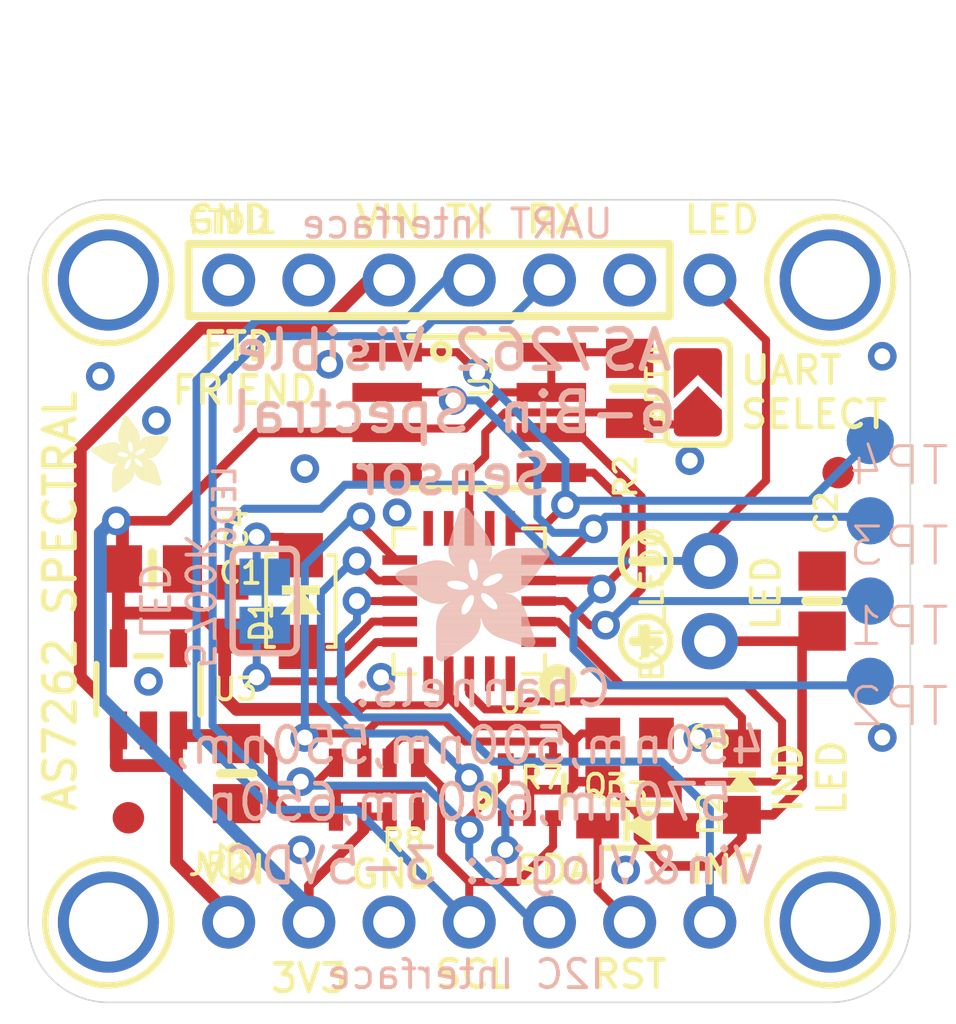
<source format=kicad_pcb>
(kicad_pcb (version 20211014) (generator pcbnew)
  (layers (0 "F.Cu" signal) (31 "B.Cu" signal) (34 "B.Paste" user) (35 "F.Paste" user) (36 "B.SilkS" user "B.Silkscreen") (37 "F.SilkS" user "F.Silkscreen") (38 "B.Mask" user) (39 "F.Mask" user) (44 "Edge.Cuts" user))
  (net 0 "")
  (net 1 "GND")
  (net 2 "SPIF_SCK")
  (net 3 "SPIF_MOSI")
  (net 4 "SPIF_MISO")
  (net 5 "SPIF_CS")
  (net 6 "3.3V")
  (net 7 "RST_3V")
  (net 8 "BUS_3V")
  (net 9 "VIN")
  (net 10 "RX/SCL")
  (net 11 "TX/SDA")
  (net 12 "RESET")
  (net 13 "LED")
  (net 14 "N$1")
  (net 15 "INT")
  (net 16 "IND")
  (net 17 "RX/SCL_3V")
  (net 18 "TX/SDA_3V")
  (footprint "boardEagle:SOIC8_150MIL" (layer "F.Cu") (at 148.5011 99.0346 -90)
    (fp_text reference "U1" (at -1.905 -0.381 90) (layer "F.SilkS") (effects (font (size 0.692831 0.692831) (thickness 0.119969)) (justify right)))
    (fp_text value "AT25SF041-SSHD-B")
    (pad "1" smd rect (at -1.905 2.6 270) (size 0.6 2.2) (layers "F.Cu" "F.Paste" "F.Mask") (net 5 "SPIF_CS"))
    (pad "2" smd rect (at -0.635 2.6 270) (size 0.6 2.2) (layers "F.Cu" "F.Paste" "F.Mask") (net 4 "SPIF_MISO"))
    (pad "3" smd rect (at 0.635 2.6 270) (size 0.6 2.2) (layers "F.Cu" "F.Paste" "F.Mask") (net 6 "3.3V"))
    (pad "4" smd rect (at 1.905 2.6 270) (size 0.6 2.2) (layers "F.Cu" "F.Paste" "F.Mask") (net 1 "GND"))
    (pad "5" smd rect (at 1.905 -2.6 270) (size 0.6 2.2) (layers "F.Cu" "F.Paste" "F.Mask") (net 3 "SPIF_MOSI"))
    (pad "6" smd rect (at 0.635 -2.6 270) (size 0.6 2.2) (layers "F.Cu" "F.Paste" "F.Mask") (net 2 "SPIF_SCK"))
    (pad "7" smd rect (at -0.635 -2.6 270) (size 0.6 2.2) (layers "F.Cu" "F.Paste" "F.Mask") (net 6 "3.3V"))
    (pad "8" smd rect (at -1.905 -2.6 270) (size 0.6 2.2) (layers "F.Cu" "F.Paste" "F.Mask") (net 6 "3.3V"))
  )
  (footprint "boardEagle:SOD-323" (layer "F.Cu") (at 153.8351 112.1156)
    (fp_text reference "D3" (at -1.1 -1) (layer "F.SilkS") (effects (font (size 0.692831 0.692831) (thickness 0.119969)) (justify left)))
    (fp_text value "IN4148")
    (pad "A" smd rect (at 1.27 0) (size 1.35 0.8) (layers "F.Cu" "F.Paste" "F.Mask") (net 7 "RST_3V"))
    (pad "C" smd rect (at -1.27 0) (size 1.35 0.8) (layers "F.Cu" "F.Paste" "F.Mask") (net 12 "RESET"))
  )
  (footprint "boardEagle:1X02_ROUND" (layer "F.Cu") (at 156.1211 105.0036 90)
    (fp_text reference "EXT_LED0" (at -2.6162 -1.8288 90) (layer "F.SilkS") (effects (font (size 0.692831 0.692831) (thickness 0.119969)) (justify left)))
    (fp_text value "")
    (pad "1" thru_hole circle (at -1.27 0 180) (size 1.778 1.778) (drill 1) (layers *.Cu *.Mask) (net 6 "3.3V"))
    (pad "2" thru_hole circle (at 1.27 0 180) (size 1.778 1.778) (drill 1) (layers *.Cu *.Mask) (net 13 "LED"))
  )
  (footprint "boardEagle:EVERLIGHT_45-21" (layer "F.Cu") (at 143.1671 105.0036 90)
    (fp_text reference "D1" (at -1.375 -1.25 90) (layer "F.SilkS") (effects (font (size 0.692831 0.692831) (thickness 0.119969)) (justify left)))
    (fp_text value "L130-5780001400001")
    (pad "A" smd rect (at -1.45 0 90) (size 1.4 1.4) (layers "F.Cu" "F.Paste" "F.Mask") (net 6 "3.3V"))
    (pad "K" smd rect (at 1.45 0 90) (size 1.4 1.4) (layers "F.Cu" "F.Paste" "F.Mask") (net 14 "N$1"))
  )
  (footprint "boardEagle:0603-NO" (layer "F.Cu") (at 153.5811 110.7186 180)
    (fp_text reference "R7" (at 2.032 0.127) (layer "F.SilkS") (effects (font (size 0.692831 0.692831) (thickness 0.119969)) (justify right)))
    (fp_text value "10K")
    (pad "1" smd rect (at -0.85 0 180) (size 1.1 1) (layers "F.Cu" "F.Paste" "F.Mask") (net 7 "RST_3V"))
    (pad "2" smd rect (at 0.85 0 180) (size 1.1 1) (layers "F.Cu" "F.Paste" "F.Mask") (net 6 "3.3V"))
  )
  (footprint "boardEagle:SYMBOL_PLUS" (layer "F.Cu") (at 154.0891 106.2736)
    (fp_text reference "U$25" hide)
    (fp_text value "" hide)
  )
  (footprint "boardEagle:0805-NO" (layer "F.Cu") (at 138.4681 103.9876)
    (fp_text reference "C1" (at 2.032 0.127) (layer "F.SilkS") (effects (font (size 0.692831 0.692831) (thickness 0.119969)) (justify left)))
    (fp_text value "10uF")
    (pad "1" smd rect (at -0.95 0) (size 1.24 1.5) (layers "F.Cu" "F.Paste" "F.Mask") (net 6 "3.3V"))
    (pad "2" smd rect (at 0.95 0) (size 1.24 1.5) (layers "F.Cu" "F.Paste" "F.Mask") (net 1 "GND"))
  )
  (footprint "boardEagle:CHIPLED_0805_NOOUTLINE" (layer "F.Cu") (at 157.1371 110.7186)
    (fp_text reference "D2" (at -1.016 1.778 90) (layer "F.SilkS") (effects (font (size 0.692831 0.692831) (thickness 0.119969)) (justify left)))
    (fp_text value "GREEN")
    (pad "A" smd rect (at 0 1.05) (size 1.2 1.2) (layers "F.Cu" "F.Paste" "F.Mask") (net 6 "3.3V"))
    (pad "C" smd rect (at 0 -1.05) (size 1.2 1.2) (layers "F.Cu" "F.Paste" "F.Mask") (net 16 "IND"))
  )
  (footprint "boardEagle:0805-NO" (layer "F.Cu") (at 153.5811 98.2726 -90)
    (fp_text reference "R2" (at 2.032 0.127 90) (layer "F.SilkS") (effects (font (size 0.692831 0.692831) (thickness 0.119969)) (justify right)))
    (fp_text value "10K")
    (pad "1" smd rect (at -0.95 0 270) (size 1.24 1.5) (layers "F.Cu" "F.Paste" "F.Mask") (net 6 "3.3V"))
    (pad "2" smd rect (at 0.95 0 270) (size 1.24 1.5) (layers "F.Cu" "F.Paste" "F.Mask") (net 8 "BUS_3V"))
  )
  (footprint "boardEagle:AS726X_LGA20" (layer "F.Cu") (at 148.5011 105.0036 180)
    (fp_text reference "U2" (at -2.4 -3.2) (layer "F.SilkS") (effects (font (size 0.692831 0.692831) (thickness 0.119969)) (justify right)))
    (fp_text value "AS7262-BLGT")
    (pad "1" smd rect (at -2.2 -1.3) (size 1.1 0.3) (layers "F.Cu" "F.Paste" "F.Mask"))
    (pad "2" smd rect (at -2.2 -0.65) (size 1.1 0.3) (layers "F.Cu" "F.Paste" "F.Mask") (net 7 "RST_3V"))
    (pad "3" smd rect (at -2.2 0) (size 1.1 0.3) (layers "F.Cu" "F.Paste" "F.Mask") (net 2 "SPIF_SCK"))
    (pad "4" smd rect (at -2.2 0.65) (size 1.1 0.3) (layers "F.Cu" "F.Paste" "F.Mask") (net 3 "SPIF_MOSI"))
    (pad "5" smd rect (at -2.2 1.3) (size 1.1 0.3) (layers "F.Cu" "F.Paste" "F.Mask") (net 4 "SPIF_MISO"))
    (pad "6" smd rect (at -1.3 2.3 90) (size 1.1 0.3) (layers "F.Cu" "F.Paste" "F.Mask") (net 5 "SPIF_CS"))
    (pad "7" smd rect (at -0.65 2.3 90) (size 1.1 0.3) (layers "F.Cu" "F.Paste" "F.Mask"))
    (pad "8" smd rect (at 0 2.3 90) (size 1.1 0.3) (layers "F.Cu" "F.Paste" "F.Mask") (net 8 "BUS_3V"))
    (pad "9" smd rect (at 0.65 2.3 90) (size 1.1 0.3) (layers "F.Cu" "F.Paste" "F.Mask"))
    (pad "10" smd rect (at 1.3 2.3 90) (size 1.1 0.3) (layers "F.Cu" "F.Paste" "F.Mask"))
    (pad "11" smd rect (at 2.2 1.3) (size 1.1 0.3) (layers "F.Cu" "F.Paste" "F.Mask") (net 17 "RX/SCL_3V"))
    (pad "12" smd rect (at 2.2 0.65) (size 1.1 0.3) (layers "F.Cu" "F.Paste" "F.Mask") (net 18 "TX/SDA_3V"))
    (pad "13" smd rect (at 2.2 0) (size 1.1 0.3) (layers "F.Cu" "F.Paste" "F.Mask") (net 15 "INT"))
    (pad "14" smd rect (at 2.2 -0.65) (size 1.1 0.3) (layers "F.Cu" "F.Paste" "F.Mask") (net 6 "3.3V"))
    (pad "15" smd rect (at 2.2 -1.3) (size 1.1 0.3) (layers "F.Cu" "F.Paste" "F.Mask") (net 13 "LED"))
    (pad "16" smd rect (at 1.3 -2.3 90) (size 1.1 0.3) (layers "F.Cu" "F.Paste" "F.Mask") (net 1 "GND"))
    (pad "17" smd rect (at 0.65 -2.3 90) (size 1.1 0.3) (layers "F.Cu" "F.Paste" "F.Mask") (net 6 "3.3V"))
    (pad "18" smd rect (at 0 -2.3 90) (size 1.1 0.3) (layers "F.Cu" "F.Paste" "F.Mask") (net 16 "IND"))
    (pad "19" smd rect (at -0.65 -2.3 90) (size 1.1 0.3) (layers "F.Cu" "F.Paste" "F.Mask"))
    (pad "20" smd rect (at -1.3 -2.3 90) (size 1.1 0.3) (layers "F.Cu" "F.Paste" "F.Mask"))
  )
  (footprint "boardEagle:0805-NO" (layer "F.Cu") (at 141.1351 110.4646 -90)
    (fp_text reference "C3" (at 2.032 0.127 90) (layer "F.SilkS") (effects (font (size 0.692831 0.692831) (thickness 0.119969)) (justify right)))
    (fp_text value "10uF")
    (pad "1" smd rect (at -0.95 0 270) (size 1.24 1.5) (layers "F.Cu" "F.Paste" "F.Mask") (net 9 "VIN"))
    (pad "2" smd rect (at 0.95 0 270) (size 1.24 1.5) (layers "F.Cu" "F.Paste" "F.Mask") (net 1 "GND"))
  )
  (footprint "boardEagle:MOUNTINGHOLE_2.5_PLATED" (layer "F.Cu") (at 159.9311 115.1636 180)
    (fp_text reference "U$2" hide)
    (fp_text value "MOUNTINGHOLE2.5" hide)
    (pad "P$1" thru_hole circle (at 0 0 180) (size 3.2 3.2) (drill 2.5) (layers *.Cu *.Mask))
  )
  (footprint "boardEagle:MOUNTINGHOLE_2.5_PLATED" (layer "F.Cu") (at 159.9311 94.8436 180)
    (fp_text reference "U$22" hide)
    (fp_text value "MOUNTINGHOLE2.5" hide)
    (pad "P$1" thru_hole circle (at 0 0 180) (size 3.2 3.2) (drill 2.5) (layers *.Cu *.Mask))
  )
  (footprint "boardEagle:SYMBOL_MINUS" (layer "F.Cu") (at 154.0891 103.7336)
    (fp_text reference "U$26" hide)
    (fp_text value "" hide)
  )
  (footprint "boardEagle:SOT363" (layer "F.Cu") (at 150.4061 110.9726)
    (fp_text reference "Q3" (at 1.651 -0.127) (layer "F.SilkS") (effects (font (size 0.692831 0.692831) (thickness 0.119969)) (justify left)))
    (fp_text value "BSS138")
    (pad "1" smd rect (at -0.75 0.9) (size 0.5 0.5) (layers "F.Cu" "F.Paste" "F.Mask") (net 18 "TX/SDA_3V"))
    (pad "2" smd rect (at 0 0.9) (size 0.4 0.5) (layers "F.Cu" "F.Paste" "F.Mask") (net 6 "3.3V"))
    (pad "3" smd rect (at 0.75 0.9) (size 0.5 0.5) (layers "F.Cu" "F.Paste" "F.Mask") (net 10 "RX/SCL"))
    (pad "4" smd rect (at 0.75 -0.9) (size 0.5 0.5) (layers "F.Cu" "F.Paste" "F.Mask") (net 17 "RX/SCL_3V"))
    (pad "5" smd rect (at 0 -0.9) (size 0.4 0.5) (layers "F.Cu" "F.Paste" "F.Mask") (net 6 "3.3V"))
    (pad "6" smd rect (at -0.75 -0.9) (size 0.5 0.5) (layers "F.Cu" "F.Paste" "F.Mask") (net 11 "TX/SDA"))
  )
  (footprint "boardEagle:MOUNTINGHOLE_2.5_PLATED" (layer "F.Cu") (at 137.0711 115.1636 180)
    (fp_text reference "U$3" hide)
    (fp_text value "MOUNTINGHOLE2.5" hide)
    (pad "P$1" thru_hole circle (at 0 0 180) (size 3.2 3.2) (drill 2.5) (layers *.Cu *.Mask))
  )
  (footprint "boardEagle:RESPACK_4X0603_NO" (layer "F.Cu") (at 145.5801 110.9726 180)
    (fp_text reference "R8" (at -1.6 -1.6) (layer "F.SilkS") (effects (font (size 0.692831 0.692831) (thickness 0.119969)) (justify right)))
    (fp_text value "10k")
    (pad "1" smd rect (at -1.3 0.85 180) (size 0.45 0.9) (layers "F.Cu" "F.Paste" "F.Mask") (net 10 "RX/SCL"))
    (pad "2" smd rect (at -0.4 0.85 180) (size 0.45 0.9) (layers "F.Cu" "F.Paste" "F.Mask") (net 18 "TX/SDA_3V"))
    (pad "3" smd rect (at 0.4 0.85 180) (size 0.45 0.9) (layers "F.Cu" "F.Paste" "F.Mask") (net 17 "RX/SCL_3V"))
    (pad "4" smd rect (at 1.3 0.85 180) (size 0.45 0.9) (layers "F.Cu" "F.Paste" "F.Mask") (net 11 "TX/SDA"))
    (pad "5" smd rect (at 1.3 -0.85 180) (size 0.45 0.9) (layers "F.Cu" "F.Paste" "F.Mask") (net 9 "VIN"))
    (pad "6" smd rect (at 0.4 -0.85 180) (size 0.45 0.9) (layers "F.Cu" "F.Paste" "F.Mask") (net 6 "3.3V"))
    (pad "7" smd rect (at -0.4 -0.85 180) (size 0.45 0.9) (layers "F.Cu" "F.Paste" "F.Mask") (net 6 "3.3V"))
    (pad "8" smd rect (at -1.3 -0.85 180) (size 0.45 0.9) (layers "F.Cu" "F.Paste" "F.Mask") (net 9 "VIN"))
  )
  (footprint "boardEagle:0805-NO" (layer "F.Cu") (at 159.6771 105.0036 90)
    (fp_text reference "C2" (at 2.032 0.127 90) (layer "F.SilkS") (effects (font (size 0.692831 0.692831) (thickness 0.119969)) (justify left)))
    (fp_text value "10uF")
    (pad "1" smd rect (at -0.95 0 90) (size 1.24 1.5) (layers "F.Cu" "F.Paste" "F.Mask") (net 6 "3.3V"))
    (pad "2" smd rect (at 0.95 0 90) (size 1.24 1.5) (layers "F.Cu" "F.Paste" "F.Mask") (net 1 "GND"))
  )
  (footprint "boardEagle:SOLDERJUMPER_ARROW_NOPASTE" (layer "F.Cu") (at 155.7401 98.3996 90)
    (fp_text reference "UART0" (at -1.778 -1.27 90) (layer "F.SilkS") (effects (font (size 0.692831 0.692831) (thickness 0.119969)) (justify left)))
    (fp_text value "")
    (fp_poly (pts (xy 0.201021 0) (xy -0.560979 0.762) (xy -1.1684 0.762) (xy -1.1684 -0.762) (xy -0.560979 -0.762)) (layer "F.Cu") (width 0) (fill solid))
    (fp_poly (pts (xy 1.1684 0.762) (xy -0.186831 0.762) (xy 0.548892 0) (xy -0.186831 -0.762) (xy 1.1684 -0.762)) (layer "F.Cu") (width 0) (fill solid))
    (pad "1" smd roundrect (at -1.016 0 90) (size 0.762 1.524) (layers "F.Cu") (net 8 "BUS_3V"))
    (pad "2" smd roundrect (at 1.016 0 90) (size 0.762 1.524) (layers "F.Cu") (net 1 "GND"))
  )
  (footprint "boardEagle:FIDUCIAL_1MM" (layer "F.Cu") (at 160.1851 100.9396 180)
    (fp_text reference "FID3" hide)
    (fp_text value "FIDUCIAL_1MM" hide)
    (pad "1" smd roundrect (at 0 0 180) (size 1 1) (layers "F.Cu" "F.Mask") (roundrect_rratio 0.5))
  )
  (footprint "boardEagle:0603-NO" (layer "F.Cu") (at 141.0081 105.2576 90)
    (fp_text reference "C4" (at 1.778 0.127 90) (layer "F.SilkS") (effects (font (size 0.692831 0.692831) (thickness 0.119969)) (justify left)))
    (fp_text value "0.1uF")
    (pad "1" smd rect (at -0.85 0 90) (size 1.1 1) (layers "F.Cu" "F.Paste" "F.Mask") (net 6 "3.3V"))
    (pad "2" smd rect (at 0.85 0 90) (size 1.1 1) (layers "F.Cu" "F.Paste" "F.Mask") (net 1 "GND"))
  )
  (footprint "boardEagle:SOT23-5" (layer "F.Cu") (at 138.3411 107.7976)
    (fp_text reference "U3" (at 1.978 0) (layer "F.SilkS") (effects (font (size 0.692831 0.692831) (thickness 0.119969)) (justify left)))
    (fp_text value "MIC5225-3.3")
    (pad "1" smd rect (at -0.95 1.3001) (size 0.55 1.2) (layers "F.Cu" "F.Paste" "F.Mask") (net 9 "VIN"))
    (pad "2" smd rect (at 0 1.3001) (size 0.55 1.2) (layers "F.Cu" "F.Paste" "F.Mask") (net 1 "GND"))
    (pad "3" smd rect (at 0.95 1.3001) (size 0.55 1.2) (layers "F.Cu" "F.Paste" "F.Mask") (net 9 "VIN"))
    (pad "4" smd rect (at 0.95 -1.3001) (size 0.55 1.2) (layers "F.Cu" "F.Paste" "F.Mask"))
    (pad "5" smd rect (at -0.95 -1.3001) (size 0.55 1.2) (layers "F.Cu" "F.Paste" "F.Mask") (net 6 "3.3V"))
  )
  (footprint "boardEagle:1X07_ROUND" (layer "F.Cu") (at 148.5011 115.1636)
    (fp_text reference "JP2" (at -8.9662 -1.8288) (layer "F.SilkS") (effects (font (size 0.692831 0.692831) (thickness 0.119969)) (justify left)))
    (fp_text value "")
    (pad "1" thru_hole circle (at -7.62 0 90) (size 1.6764 1.6764) (drill 1) (layers *.Cu *.Mask) (net 9 "VIN"))
    (pad "2" thru_hole circle (at -5.08 0 90) (size 1.6764 1.6764) (drill 1) (layers *.Cu *.Mask) (net 6 "3.3V"))
    (pad "3" thru_hole circle (at -2.54 0 90) (size 1.6764 1.6764) (drill 1) (layers *.Cu *.Mask) (net 1 "GND"))
    (pad "4" thru_hole circle (at 0 0 90) (size 1.6764 1.6764) (drill 1) (layers *.Cu *.Mask) (net 10 "RX/SCL"))
    (pad "5" thru_hole circle (at 2.54 0 90) (size 1.6764 1.6764) (drill 1) (layers *.Cu *.Mask) (net 11 "TX/SDA"))
    (pad "6" thru_hole circle (at 5.08 0 90) (size 1.6764 1.6764) (drill 1) (layers *.Cu *.Mask) (net 12 "RESET"))
    (pad "7" thru_hole circle (at 7.62 0 90) (size 1.6764 1.6764) (drill 1) (layers *.Cu *.Mask) (net 15 "INT"))
  )
  (footprint "boardEagle:FIDUCIAL_1MM" (layer "F.Cu") (at 137.7061 111.8616 180)
    (fp_text reference "FID2" hide)
    (fp_text value "FIDUCIAL_1MM" hide)
    (pad "1" smd roundrect (at 0 0 180) (size 1 1) (layers "F.Cu" "F.Mask") (roundrect_rratio 0.5))
  )
  (footprint "boardEagle:0603-NO" (layer "F.Cu") (at 153.5811 109.1946)
    (fp_text reference "C5" (at 1.778 0.127) (layer "F.SilkS") (effects (font (size 0.692831 0.692831) (thickness 0.119969)) (justify left)))
    (fp_text value "0.1uF")
    (pad "1" smd rect (at -0.85 0) (size 1.1 1) (layers "F.Cu" "F.Paste" "F.Mask") (net 6 "3.3V"))
    (pad "2" smd rect (at 0.85 0) (size 1.1 1) (layers "F.Cu" "F.Paste" "F.Mask") (net 1 "GND"))
  )
  (footprint "boardEagle:MOUNTINGHOLE_2.5_PLATED" (layer "F.Cu") (at 137.0711 94.8436 180)
    (fp_text reference "U$23" hide)
    (fp_text value "MOUNTINGHOLE2.5" hide)
    (pad "P$1" thru_hole circle (at 0 0 180) (size 3.2 3.2) (drill 2.5) (layers *.Cu *.Mask))
  )
  (footprint "boardEagle:ADAFRUIT_2.5MM" (layer "F.Cu") (at 138.9761 101.5746 90)
    (fp_text reference "U$21" hide)
    (fp_text value "" hide)
  )
  (footprint "boardEagle:1X07_ROUND" (layer "F.Cu") (at 148.5011 94.8436)
    (fp_text reference "FTDI1" (at -8.9662 -1.8288) (layer "F.SilkS") (effects (font (size 0.692831 0.692831) (thickness 0.119969)) (justify left)))
    (fp_text value "")
    (pad "1" thru_hole circle (at -7.62 0 90) (size 1.6764 1.6764) (drill 1) (layers *.Cu *.Mask) (net 1 "GND"))
    (pad "2" thru_hole circle (at -5.08 0 90) (size 1.6764 1.6764) (drill 1) (layers *.Cu *.Mask))
    (pad "3" thru_hole circle (at -2.54 0 90) (size 1.6764 1.6764) (drill 1) (layers *.Cu *.Mask) (net 9 "VIN"))
    (pad "4" thru_hole circle (at 0 0 90) (size 1.6764 1.6764) (drill 1) (layers *.Cu *.Mask) (net 10 "RX/SCL"))
    (pad "5" thru_hole circle (at 2.54 0 90) (size 1.6764 1.6764) (drill 1) (layers *.Cu *.Mask) (net 11 "TX/SDA"))
    (pad "6" thru_hole circle (at 5.08 0 90) (size 1.6764 1.6764) (drill 1) (layers *.Cu *.Mask))
    (pad "7" thru_hole circle (at 7.62 0 90) (size 1.6764 1.6764) (drill 1) (layers *.Cu *.Mask) (net 13 "LED"))
  )
  (footprint "boardEagle:TP15R" (layer "B.Cu") (at 161.2011 107.5436)
    (fp_text reference "TP2" (at -0.7501 0.8001) (layer "B.SilkS") (effects (font (size 1.176528 1.176528) (thickness 0.093472)) (justify right mirror)))
    (fp_text value "PTR1TP15R")
    (pad "TP" smd roundrect (at 0 0) (size 1.5 1.5) (layers "B.Cu" "B.Mask") (roundrect_rratio 0.5) (net 3 "SPIF_MOSI"))
  )
  (footprint "boardEagle:TP15R" (layer "B.Cu") (at 161.2011 105.0036)
    (fp_text reference "TP1" (at -0.7501 0.8001) (layer "B.SilkS") (effects (font (size 1.176528 1.176528) (thickness 0.093472)) (justify right mirror)))
    (fp_text value "PTR1TP15R")
    (pad "TP" smd roundrect (at 0 0) (size 1.5 1.5) (layers "B.Cu" "B.Mask") (roundrect_rratio 0.5) (net 2 "SPIF_SCK"))
  )
  (footprint "boardEagle:TP15R" (layer "B.Cu") (at 161.2011 99.9236)
    (fp_text reference "TP4" (at -0.7501 0.8001) (layer "B.SilkS") (effects (font (size 1.176528 1.176528) (thickness 0.093472)) (justify right mirror)))
    (fp_text value "PTR1TP15R")
    (pad "TP" smd roundrect (at 0 0) (size 1.5 1.5) (layers "B.Cu" "B.Mask") (roundrect_rratio 0.5) (net 5 "SPIF_CS"))
  )
  (footprint "boardEagle:SOLDERJUMPER_CLOSEDWIRE" (layer "B.Cu") (at 142.0241 105.0036 -90)
    (fp_text reference "LED0" (at -1.651 1.27 -270) (layer "B.SilkS") (effects (font (size 0.692831 0.692831) (thickness 0.119969)) (justify right mirror)))
    (fp_text value "")
    (pad "1" smd rect (at -0.762 0 270) (size 1.1684 1.6002) (layers "B.Cu" "B.Mask") (net 14 "N$1"))
    (pad "2" smd rect (at 0.762 0 270) (size 1.1684 1.6002) (layers "B.Cu" "B.Mask") (net 13 "LED"))
    (pad "WIRE" smd rect (at 0 0 270) (size 0.635 0.2032) (layers "B.Cu" "B.Mask"))
  )
  (footprint "boardEagle:TP15R" (layer "B.Cu") (at 161.2011 102.4636)
    (fp_text reference "TP3" (at -0.7501 0.8001) (layer "B.SilkS") (effects (font (size 1.176528 1.176528) (thickness 0.093472)) (justify right mirror)))
    (fp_text value "PTR1TP15R")
    (pad "TP" smd roundrect (at 0 0) (size 1.5 1.5) (layers "B.Cu" "B.Mask") (roundrect_rratio 0.5) (net 4 "SPIF_MISO"))
  )
  (footprint "boardEagle:ADAFRUIT_5MM" (layer "B.Cu") (at 151.0411 106.9086 180)
    (fp_text reference "U$9" hide)
    (fp_text value "" hide)
  )
  (gr_line (start 139.6111 95.9866) (end 154.8511 95.9866) (layer "F.SilkS") (width 0.254))
  (gr_line (start 154.8511 95.9866) (end 154.8511 93.7006) (layer "F.SilkS") (width 0.254))
  (gr_line (start 139.6111 93.7006) (end 139.6111 95.9866) (layer "F.SilkS") (width 0.254))
  (gr_line (start 154.8511 93.7006) (end 139.6111 93.7006) (layer "F.SilkS") (width 0.254))
  (gr_arc (start 134.5311 94.8436) (mid 135.275049 93.047549) (end 137.0711 92.3036) (layer "Edge.Cuts") (width 0.05))
  (gr_line (start 159.9311 117.7036) (end 137.0711 117.7036) (layer "Edge.Cuts") (width 0.05))
  (gr_arc (start 162.4711 115.1636) (mid 161.727151 116.959651) (end 159.9311 117.7036) (layer "Edge.Cuts") (width 0.05))
  (gr_line (start 162.4711 94.8436) (end 162.4711 115.1636) (layer "Edge.Cuts") (width 0.05))
  (gr_line (start 134.5311 115.1636) (end 134.5311 94.8436) (layer "Edge.Cuts") (width 0.05))
  (gr_line (start 137.0711 92.3036) (end 159.9311 92.3036) (layer "Edge.Cuts") (width 0.05))
  (gr_arc (start 159.9311 92.3036) (mid 161.727151 93.047549) (end 162.4711 94.8436) (layer "Edge.Cuts") (width 0.05))
  (gr_arc (start 137.0711 117.7036) (mid 135.275049 116.959651) (end 134.5311 115.1636) (layer "Edge.Cuts") (width 0.05))
  (gr_text "I2C Interface" (at 148.3741 116.8146) (layer "B.SilkS") (effects (font (size 0.89408 0.89408) (thickness 0.12192)) (justify mirror)))
  (gr_text "Vin&Vlogic: 3-5VDC" (at 157.8991 113.3856) (layer "B.SilkS") (effects (font (size 1.1176 1.1176) (thickness 0.1524)) (justify left mirror)))
  (gr_text "AS7262 Visible\n6-Bin Spectral\nSensor" (at 147.9931 99.0346) (layer "B.SilkS") (effects (font (size 1.223264 1.223264) (thickness 0.199136)) (justify mirror)))
  (gr_text "5700K\nLED" (at 139.2301 105.0036 -90) (layer "B.SilkS") (effects (font (size 0.89408 0.89408) (thickness 0.12192)) (justify mirror)))
  (gr_text "Channels: \n450nm,500nm,550nm,\n570nm,600nm,650n" (at 148.5011 109.5756) (layer "B.SilkS") (effects (font (size 1.1176 1.1176) (thickness 0.1524)) (justify mirror)))
  (gr_text "UART Interface" (at 148.1201 93.0656) (layer "B.SilkS") (effects (font (size 0.89408 0.89408) (thickness 0.12192)) (justify mirror)))
  (gr_text "SCL" (at 148.6281 116.8146) (layer "F.SilkS") (effects (font (size 0.8636 0.8636) (thickness 0.1524))))
  (gr_text "GND" (at 146.0881 113.6396) (layer "F.SilkS") (effects (font (size 0.8636 0.8636) (thickness 0.1524))))
  (gr_text "LED" (at 156.5021 92.9386) (layer "F.SilkS") (effects (font (size 0.8636 0.8636) (thickness 0.1524))))
  (gr_text "AS7262 SPECTRAL" (at 135.5471 105.0036 90) (layer "F.SilkS") (effects (font (size 0.97155 0.97155) (thickness 0.17145))))
  (gr_text "TX" (at 148.5011 92.9386) (layer "F.SilkS") (effects (font (size 0.8636 0.8636) (thickness 0.1524))))
  (gr_text "LED" (at 157.8991 104.7496 90) (layer "F.SilkS") (effects (font (size 0.8636 0.8636) (thickness 0.1524))))
  (gr_text "RX" (at 151.1681 92.9386) (layer "F.SilkS") (effects (font (size 0.8636 0.8636) (thickness 0.1524))))
  (gr_text "FTDI\nFRIEND" (at 141.3891 97.6376) (layer "F.SilkS") (effects (font (size 0.8636 0.8636) (thickness 0.1524))))
  (gr_text "UART\nSELECT" (at 157.0101 98.3996) (layer "F.SilkS") (effects (font (size 0.8636 0.8636) (thickness 0.1524)) (justify left)))
  (gr_text "GND" (at 140.8811 92.9386) (layer "F.SilkS") (effects (font (size 0.8636 0.8636) (thickness 0.1524))))
  (gr_text "INT" (at 156.5021 113.5126) (layer "F.SilkS") (effects (font (size 0.8636 0.8636) (thickness 0.1524))))
  (gr_text "SDA" (at 151.1681 113.5126) (layer "F.SilkS") (effects (font (size 0.8636 0.8636) (thickness 0.1524))))
  (gr_text "VIN" (at 145.9611 92.9386) (layer "F.SilkS") (effects (font (size 0.8636 0.8636) (thickness 0.1524))))
  (gr_text "RST" (at 153.5811 116.8146) (layer "F.SilkS") (effects (font (size 0.8636 0.8636) (thickness 0.1524))))
  (gr_text "VIN" (at 141.0081 113.5126) (layer "F.SilkS") (effects (font (size 0.8636 0.8636) (thickness 0.1524))))
  (gr_text "IND\nLED" (at 159.2961 110.5916 90) (layer "F.SilkS") (effects (font (size 0.8636 0.8636) (thickness 0.1524))))
  (gr_text "3V3" (at 143.4211 116.9416) (layer "F.SilkS") (effects (font (size 0.8636 0.8636) (thickness 0.1524))))
  (via (at 161.5821 97.2566) (size 0.9064) (drill 0.5) (layers "F.Cu" "B.Cu") (net 1))
  (via (at 146.2151 102.2096) (size 0.9064) (drill 0.5) (layers "F.Cu" "B.Cu") (net 1))
  (via (at 144.0561 97.5106) (size 0.9064) (drill 0.5) (layers "F.Cu" "B.Cu") (net 1))
  (via (at 143.1671 112.8776) (size 0.9064) (drill 0.5) (layers "F.Cu" "B.Cu") (net 1))
  (via (at 138.5951 99.2886) (size 0.9064) (drill 0.5) (layers "F.Cu" "B.Cu") (net 1))
  (via (at 138.3411 107.5436) (size 0.9064) (drill 0.5) (layers "F.Cu" "B.Cu") (net 1))
  (via (at 136.8171 97.8916) (size 0.9064) (drill 0.5) (layers "F.Cu" "B.Cu") (net 1))
  (via (at 143.2941 100.8126) (size 0.9064) (drill 0.5) (layers "F.Cu" "B.Cu") (net 1))
  (via (at 153.4541 113.5126) (size 0.9064) (drill 0.5) (layers "F.Cu" "B.Cu") (net 1))
  (via (at 161.5821 109.3216) (size 0.9064) (drill 0.5) (layers "F.Cu" "B.Cu") (net 1))
  (via (at 145.7071 107.4166) (size 0.9064) (drill 0.5) (layers "F.Cu" "B.Cu") (net 1))
  (via (at 155.4861 100.5586) (size 0.9064) (drill 0.5) (layers "F.Cu" "B.Cu") (net 1))
  (via (at 155.7401 109.3216) (size 0.9064) (drill 0.5) (layers "F.Cu" "B.Cu") (net 1))
  (segment (start 151.1011 99.6696) (end 151.9301 99.6696) (width 0.254) (layer "F.Cu") (net 2))
  (segment (start 153.9621 104.6226) (end 152.8191 105.7656) (width 0.254) (layer "F.Cu") (net 2))
  (segment (start 151.5491 105.0036) (end 152.3111 105.7656) (width 0.254) (layer "F.Cu") (net 2))
  (segment (start 152.3111 105.7656) (end 152.8191 105.7656) (width 0.254) (layer "F.Cu") (net 2))
  (segment (start 151.9301 99.6696) (end 153.9621 101.7016) (width 0.254) (layer "F.Cu") (net 2))
  (segment (start 153.9621 101.7016) (end 153.9621 104.6226) (width 0.254) (layer "F.Cu") (net 2))
  (segment (start 150.7011 105.0036) (end 151.5491 105.0036) (width 0.254) (layer "F.Cu") (net 2))
  (via (at 152.8191 105.7656) (size 0.9064) (drill 0.5) (layers "F.Cu" "B.Cu") (net 2))
  (segment (start 153.5811 105.0036) (end 161.2011 105.0036) (width 0.254) (layer "B.Cu") (net 2))
  (segment (start 152.8191 105.7656) (end 153.5811 105.0036) (width 0.254) (layer "B.Cu") (net 2))
  (segment (start 150.7011 104.3536) (end 152.4231 104.3536) (width 0.254) (layer "F.Cu") (net 3))
  (segment (start 152.4231 104.3536) (end 152.6921 104.6226) (width 0.254) (layer "F.Cu") (net 3))
  (segment (start 153.4541 101.9556) (end 153.4541 103.8606) (width 0.254) (layer "F.Cu") (net 3))
  (segment (start 152.4381 100.9396) (end 153.4541 101.9556) (width 0.254) (layer "F.Cu") (net 3))
  (segment (start 153.4541 103.8606) (end 152.6921 104.6226) (width 0.254) (layer "F.Cu") (net 3))
  (segment (start 151.1011 100.9396) (end 152.4381 100.9396) (width 0.254) (layer "F.Cu") (net 3))
  (via (at 152.6921 104.6226) (size 0.9064) (drill 0.5) (layers "F.Cu" "B.Cu") (net 3))
  (segment (start 161.0741 107.6706) (end 161.2011 107.5436) (width 0.254) (layer "B.Cu") (net 3))
  (segment (start 152.6921 104.6226) (end 151.8031 105.5116) (width 0.254) (layer "B.Cu") (net 3))
  (segment (start 152.9461 107.6706) (end 161.0741 107.6706) (width 0.254) (layer "B.Cu") (net 3))
  (segment (start 151.8031 106.5276) (end 152.9461 107.6706) (width 0.254) (layer "B.Cu") (net 3))
  (segment (start 151.8031 105.5116) (end 151.8031 106.5276) (width 0.254) (layer "B.Cu") (net 3))
  (segment (start 147.7391 98.3996) (end 145.9011 98.3996) (width 0.254) (layer "F.Cu") (net 4))
  (segment (start 151.4521 103.7036) (end 152.4381 102.7176) (width 0.254) (layer "F.Cu") (net 4))
  (segment (start 150.7011 103.7036) (end 151.4521 103.7036) (width 0.254) (layer "F.Cu") (net 4))
  (segment (start 147.9931 98.6536) (end 147.7391 98.3996) (width 0.254) (layer "F.Cu") (net 4))
  (via (at 147.9931 98.6536) (size 0.9064) (drill 0.5) (layers "F.Cu" "B.Cu") (net 4))
  (via (at 152.4381 102.7176) (size 0.9064) (drill 0.5) (layers "F.Cu" "B.Cu") (net 4))
  (segment (start 150.6601 102.3366) (end 150.6601 100.5586) (width 0.254) (layer "B.Cu") (net 4))
  (segment (start 152.4381 102.7176) (end 152.8191 102.3366) (width 0.254) (layer "B.Cu") (net 4))
  (segment (start 160.8201 102.4636) (end 161.2011 102.4636) (width 0.254) (layer "B.Cu") (net 4))
  (segment (start 152.3111 102.8446) (end 151.1681 102.8446) (width 0.254) (layer "B.Cu") (net 4))
  (segment (start 151.1681 102.8446) (end 150.6601 102.3366) (width 0.254) (layer "B.Cu") (net 4))
  (segment (start 152.4381 102.7176) (end 152.3111 102.8446) (width 0.254) (layer "B.Cu") (net 4))
  (segment (start 152.8191 102.3366) (end 160.6931 102.3366) (width 0.254) (layer "B.Cu") (net 4))
  (segment (start 160.6931 102.3366) (end 160.8201 102.4636) (width 0.254) (layer "B.Cu") (net 4))
  (segment (start 150.6601 100.5586) (end 148.7551 98.6536) (width 0.254) (layer "B.Cu") (net 4))
  (segment (start 148.7551 98.6536) (end 147.9931 98.6536) (width 0.254) (layer "B.Cu") (net 4))
  (segment (start 151.5491 101.9556) (end 150.8011 102.7036) (width 0.254) (layer "F.Cu") (net 5))
  (segment (start 145.9011 97.1296) (end 148.1201 97.1296) (width 0.254) (layer "F.Cu") (net 5))
  (segment (start 150.8011 102.7036) (end 149.8011 102.7036) (width 0.254) (layer "F.Cu") (net 5))
  (segment (start 148.1201 97.1296) (end 148.7551 97.7646) (width 0.254) (layer "F.Cu") (net 5))
  (via (at 148.7551 97.7646) (size 0.9064) (drill 0.5) (layers "F.Cu" "B.Cu") (net 5))
  (via (at 151.5491 101.9556) (size 0.9064) (drill 0.5) (layers "F.Cu" "B.Cu") (net 5))
  (segment (start 161.2011 99.9236) (end 159.2961 101.8286) (width 0.254) (layer "B.Cu") (net 5))
  (segment (start 151.5491 100.5586) (end 151.5491 101.9556) (width 0.254) (layer "B.Cu") (net 5))
  (segment (start 159.2961 101.8286) (end 151.5491 101.8286) (width 0.254) (layer "B.Cu") (net 5))
  (segment (start 148.7551 97.7646) (end 151.5491 100.5586) (width 0.254) (layer "B.Cu") (net 5))
  (segment (start 151.5491 101.8286) (end 151.5491 101.9556) (width 0.254) (layer "B.Cu") (net 5))
  (segment (start 143.1671 106.4536) (end 141.0611 106.4536) (width 0.4064) (layer "F.Cu") (net 6))
  (segment (start 141.7701 99.6696) (end 138.9761 102.4636) (width 0.3048) (layer "F.Cu") (net 6))
  (segment (start 143.4211 114.0206) (end 143.4211 115.1636) (width 0.3048) (layer "F.Cu") (net 6))
  (segment (start 137.3911 105.3846) (end 137.3911 103.9876) (width 0.4064) (layer "F.Cu") (net 6))
  (segment (start 145.1801 112.2616) (end 143.4211 114.0206) (width 0.3048) (layer "F.Cu") (net 6))
  (segment (start 152.7311 110.7186) (end 151.8031 110.7186) (width 0.3048) (layer "F.Cu") (net 6))
  (segment (start 147.8511 108.0366) (end 148.7551 108.9406) (width 0.3048) (layer "F.Cu") (net 6))
  (segment (start 151.1011 98.3996) (end 151.1011 97.1296) (width 0.254) (layer "F.Cu") (net 6))
  (segment (start 152.8191 110.7186) (end 153.8351 111.7346) (width 0.254) (layer "F.Cu") (net 6))
  (segment (start 137.3911 106.4975) (end 137.3911 105.3846) (width 0.4064) (layer "F.Cu") (net 6))
  (segment (start 151.1011 98.3996) (end 149.5171 98.3996) (width 0.254) (layer "F.Cu") (net 6))
  (segment (start 159.1691 106.2736) (end 156.1211 106.2736) (width 0.3048) (layer "F.Cu") (net 6))
  (segment (start 137.5181 102.4636) (end 137.3251 102.4636) (width 0.4064) (layer "F.Cu") (net 6))
  (segment (start 157.1371 112.4966) (end 156.2481 113.3856) (width 0.3048) (layer "F.Cu") (net 6))
  (segment (start 151.8031 109.4486) (end 151.8031 110.7186) (width 0.3048) (layer "F.Cu") (net 6))
  (segment (start 137.3911 103.9876) (end 137.5181 103.9876) (width 0.4064) (layer "F.Cu") (net 6))
  (segment (start 153.3881 97.1296) (end 151.1011 97.1296) (width 0.254) (layer "F.Cu") (net 6))
  (segment (start 138.9761 102.4636) (end 137.3251 102.4636) (width 0.3048) (layer "F.Cu") (net 6))
  (segment (start 159.0421 106.4006) (end 159.1691 106.2736) (width 0.254) (layer "F.Cu") (net 6))
  (segment (start 140.7541 108.0516) (end 140.7541 106.1076) (width 0.4064) (layer "F.Cu") (net 6))
  (segment (start 147.8511 107.3036) (end 147.8511 108.0366) (width 0.3048) (layer "F.Cu") (net 6))
  (segment (start 156.2481 113.3856) (end 154.7241 113.3856) (width 0.3048) (layer "F.Cu") (net 6))
  (segment (start 152.0571 109.1946) (end 151.8031 109.4486) (width 0.254) (layer "F.Cu") (net 6))
  (segment (start 147.8511 108.0366) (end 147.5821 108.3056) (width 0.254) (layer "F.Cu") (net 6))
  (segment (start 145.0721 108.3056) (end 144.9451 108.4326) (width 0.4064) (layer "F.Cu") (net 6))
  (segment (start 145.1801 111.8226) (end 145.1801 112.2616) (width 0.3048) (layer "F.Cu") (net 6))
  (segment (start 158.1191 111.7686) (end 159.0421 110.8456) (width 0.3048) (layer "F.Cu") (net 6))
  (segment (start 152.7311 109.1946) (end 152.0571 109.1946) (width 0.254) (layer "F.Cu") (net 6))
  (segment (start 150.4061 110.0726) (end 150.4061 110.9726) (width 0.3048) (layer "F.Cu") (net 6))
  (segment (start 141.0611 106.4536) (end 139.9921 105.3846) (width 0.4064) (layer "F.Cu") (net 6))
  (segment (start 154.7241 113.3856) (end 153.9621 112.6236) (width 0.3048) (layer "F.Cu") (net 6))
  (segment (start 141.1351 108.4326) (end 140.7541 108.0516) (width 0.4064) (layer "F.Cu") (net 6))
  (segment (start 159.3571 106.2736) (end 159.1691 106.2736) (width 0.3048) (layer "F.Cu") (net 6))
  (segment (start 152.7311 110.7186) (end 152.8191 110.7186) (width 0.254) (layer "F.Cu") (net 6))
  (segment (start 150.4061 110.9726) (end 150.4061 111.8726) (width 0.3048) (layer "F.Cu") (net 6))
  (segment (start 137.5181 103.9876) (end 137.5181 102.4636) (width 0.4064) (layer "F.Cu") (net 6))
  (segment (start 151.8031 110.8456) (end 151.6761 110.9726) (width 0.3048) (layer "F.Cu") (net 6))
  (segment (start 141.0611 106.1076) (end 141.0081 106.1076) (width 0.4064) (layer "F.Cu") (net 6))
  (segment (start 151.8031 110.7186) (end 151.8031 110.8456) (width 0.3048) (layer "F.Cu") (net 6))
  (segment (start 149.5171 98.3996) (end 148.3741 99.5426) (width 0.254) (layer "F.Cu") (net 6))
  (segment (start 145.9011 99.6696) (end 141.7701 99.6696) (width 0.3048) (layer "F.Cu") (net 6))
  (segment (start 148.3741 99.5426) (end 146.0281 99.5426) (width 0.254) (layer "F.Cu") (net 6))
  (segment (start 144.6381 106.4536) (end 145.4381 105.6536) (width 0.254) (layer "F.Cu") (net 6))
  (segment (start 150.4061 110.9726) (end 151.6761 110.9726) (width 0.3048) (layer "F.Cu") (net 6))
  (segment (start 157.1371 111.7686) (end 158.1191 111.7686) (width 0.3048) (layer "F.Cu") (net 6))
  (segment (start 153.8351 112.4966) (end 153.9621 112.6236) (width 0.254) (layer "F.Cu") (net 6))
  (segment (start 143.1671 106.4536) (end 144.6381 106.4536) (width 0.254) (layer "F.Cu") (net 6))
  (segment (start 145.1801 111.8226) (end 145.9801 111.8226) (width 0.254) (layer "F.Cu") (net 6))
  (segment (start 141.0611 106.4536) (end 141.0611 106.1076) (width 0.4064) (layer "F.Cu") (net 6))
  (segment (start 159.6771 105.9536) (end 159.3571 106.2736) (width 0.254) (layer "F.Cu") (net 6))
  (segment (start 147.5821 108.3056) (end 145.0721 108.3056) (width 0.254) (layer "F.Cu") (net 6))
  (segment (start 145.4381 105.6536) (end 146.3011 105.6536) (width 0.254) (layer "F.Cu") (net 6))
  (segment (start 148.7551 108.9406) (end 151.2951 108.9406) (width 0.3048) (layer "F.Cu") (net 6))
  (segment (start 153.5811 97.3226) (end 153.3881 97.1296) (width 0.254) (layer "F.Cu") (net 6))
  (segment (start 157.1371 111.7686) (end 157.1371 112.4966) (width 0.3048) (layer "F.Cu") (net 6))
  (segment (start 139.9921 105.3846) (end 137.3911 105.3846) (width 0.4064) (layer "F.Cu") (net 6))
  (segment (start 153.8351 111.7346) (end 153.8351 112.4966) (width 0.254) (layer "F.Cu") (net 6))
  (segment (start 140.7541 106.1076) (end 141.0081 106.1076) (width 0.4064) (layer "F.Cu") (net 6))
  (segment (start 144.9451 108.4326) (end 141.1351 108.4326) (width 0.4064) (layer "F.Cu") (net 6))
  (segment (start 159.0421 110.8456) (end 159.0421 106.4006) (width 0.3048) (layer "F.Cu") (net 6))
  (segment (start 151.2951 108.9406) (end 151.8031 109.4486) (width 0.3048) (layer "F.Cu") (net 6))
  (segment (start 146.0281 99.5426) (end 145.9011 99.6696) (width 0.254) (layer "F.Cu") (net 6))
  (via (at 137.3251 102.4636) (size 0.9064) (drill 0.5) (layers "F.Cu" "B.Cu") (net 6))
  (segment (start 143.4211 115.1636) (end 143.4211 114.6556) (width 0.4064) (layer "B.Cu") (net 6))
  (segment (start 136.8171 108.0516) (end 136.8171 102.8446) (width 0.4064) (layer "B.Cu") (net 6))
  (segment (start 136.8171 102.8446) (end 137.3251 102.3366) (width 0.4064) (layer "B.Cu") (net 6))
  (segment (start 143.4211 114.6556) (end 136.8171 108.0516) (width 0.4064) (layer "B.Cu") (net 6))
  (segment (start 137.3251 102.3366) (end 137.3251 102.4636) (width 0.4064) (layer "B.Cu") (net 6))
  (segment (start 158.4071 108.8136) (end 158.4071 110.4646) (width 0.254) (layer "F.Cu") (net 7))
  (segment (start 153.3271 107.6706) (end 157.2641 107.6706) (width 0.254) (layer "F.Cu") (net 7))
  (segment (start 157.2641 107.6706) (end 158.4071 108.8136) (width 0.254) (layer "F.Cu") (net 7))
  (segment (start 151.3101 105.6536) (end 153.3271 107.6706) (width 0.254) (layer "F.Cu") (net 7))
  (segment (start 158.1531 110.7186) (end 154.4311 110.7186) (width 0.254) (layer "F.Cu") (net 7))
  (segment (start 155.1051 112.1156) (end 155.1051 110.7796) (width 0.254) (layer "F.Cu") (net 7))
  (segment (start 150.7011 105.6536) (end 151.3101 105.6536) (width 0.254) (layer "F.Cu") (net 7))
  (segment (start 155.1661 110.7186) (end 154.4311 110.7186) (width 0.254) (layer "F.Cu") (net 7))
  (segment (start 155.1051 110.7796) (end 155.1661 110.7186) (width 0.254) (layer "F.Cu") (net 7))
  (segment (start 158.4071 110.4646) (end 158.1531 110.7186) (width 0.254) (layer "F.Cu") (net 7))
  (segment (start 149.6441 99.0346) (end 153.5811 99.0346) (width 0.254) (layer "F.Cu") (net 8))
  (segment (start 148.5011 100.9396) (end 148.5011 102.7036) (width 0.254) (layer "F.Cu") (net 8))
  (segment (start 149.0091 99.6696) (end 149.6441 99.0346) (width 0.254) (layer "F.Cu") (net 8))
  (segment (start 153.7741 99.4156) (end 155.7401 99.4156) (width 0.254) (layer "F.Cu") (net 8))
  (segment (start 148.5011 100.9396) (end 149.0091 100.4316) (width 0.254) (layer "F.Cu") (net 8))
  (segment (start 153.5811 99.2226) (end 153.7741 99.4156) (width 0.254) (layer "F.Cu") (net 8))
  (segment (start 149.0091 100.4316) (end 149.0091 99.6696) (width 0.254) (layer "F.Cu") (net 8))
  (segment (start 153.5811 99.0346) (end 153.5811 99.2226) (width 0.254) (layer "F.Cu") (net 8))
  (segment (start 140.8811 115.1636) (end 140.8811 114.9096) (width 0.4064) (layer "F.Cu") (net 9))
  (segment (start 139.2301 110.2106) (end 137.3251 110.2106) (width 0.4064) (layer "F.Cu") (net 9))
  (segment (start 142.9131 111.8616) (end 144.2411 111.8616) (width 0.3048) (layer "F.Cu") (net 9))
  (segment (start 137.3251 110.2106) (end 137.3251 109.0977) (width 0.4064) (layer "F.Cu") (net 9))
  (segment (start 142.2781 111.2266) (end 142.9131 111.8616) (width 0.3048) (layer "F.Cu") (net 9))
  (segment (start 144.2411 111.8616) (end 144.2801 111.8226) (width 0.3048) (layer "F.Cu") (net 9))
  (segment (start 146.8801 111.0026) (end 146.8801 111.8226) (width 0.254) (layer "F.Cu") (net 9))
  (segment (start 137.3251 109.0977) (end 137.3911 109.0977) (width 0.4064) (layer "F.Cu") (net 9))
  (segment (start 139.2301 109.0367) (end 139.2911 109.0977) (width 0.4064) (layer "F.Cu") (net 9))
  (segment (start 145.3261 94.8436) (end 145.9611 94.8436) (width 0.4064) (layer "F.Cu") (net 9))
  (segment (start 144.3101 111.7926) (end 144.3101 110.9726) (width 0.254) (layer "F.Cu") (net 9))
  (segment (start 141.9631 109.5146) (end 141.1351 109.5146) (width 0.3048) (layer "F.Cu") (net 9))
  (segment (start 144.2801 111.8226) (end 144.3101 111.7926) (width 0.254) (layer "F.Cu") (net 9))
  (segment (start 139.9921 96.3676) (end 143.8021 96.3676) (width 0.4064) (layer "F.Cu") (net 9))
  (segment (start 136.1821 107.4166) (end 137.3911 108.6256) (width 0.4064) (layer "F.Cu") (net 9))
  (segment (start 144.3101 110.9726) (end 146.8501 110.9726) (width 0.254) (layer "F.Cu") (net 9))
  (segment (start 146.8501 110.9726) (end 146.8801 111.0026) (width 0.254) (layer "F.Cu") (net 9))
  (segment (start 142.2781 109.8296) (end 142.2781 111.2266) (width 0.3048) (layer "F.Cu") (net 9))
  (segment (start 140.8811 109.2606) (end 141.1351 109.5146) (width 0.4064) (layer "F.Cu") (net 9))
  (segment (start 137.3911 108.6256) (end 137.3911 109.0977) (width 0.4064) (layer "F.Cu") (net 9))
  (segment (start 142.2781 109.8296) (end 141.9631 109.5146) (width 0.3048) (layer "F.Cu") (net 9))
  (segment (start 139.2301 113.2586) (end 139.2301 110.2106) (width 0.4064) (layer "F.Cu") (net 9))
  (segment (start 143.8021 96.3676) (end 145.3261 94.8436) (width 0.4064) (layer "F.Cu") (net 9))
  (segment (start 136.1821 100.1776) (end 139.9921 96.3676) (width 0.4064) (layer "F.Cu") (net 9))
  (segment (start 139.454 109.2606) (end 139.2911 109.0977) (width 0.4064) (layer "F.Cu") (net 9))
  (segment (start 136.1821 100.1776) (end 136.1821 107.4166) (width 0.4064) (layer "F.Cu") (net 9))
  (segment (start 140.8811 114.9096) (end 139.2301 113.2586) (width 0.4064) (layer "F.Cu") (net 9))
  (segment (start 139.454 109.2606) (end 140.8811 109.2606) (width 0.4064) (layer "F.Cu") (net 9))
  (segment (start 139.2301 109.0367) (end 139.2301 110.2106) (width 0.4064) (layer "F.Cu") (net 9))
  (segment (start 151.1561 112.7626) (end 151.1561 111.8726) (width 0.254) (layer "F.Cu") (net 10))
  (segment (start 148.5011 113.8936) (end 150.0251 113.8936) (width 0.254) (layer "F.Cu") (net 10))
  (segment (start 146.8801 110.1226) (end 147.6121 110.8546) (width 0.254) (layer "F.Cu") (net 10))
  (segment (start 150.0251 113.8936) (end 151.1561 112.7626) (width 0.254) (layer "F.Cu") (net 10))
  (segment (start 148.5011 113.8936) (end 148.5011 115.1636) (width 0.254) (layer "F.Cu") (net 10))
  (segment (start 147.6121 110.8546) (end 147.6121 113.0046) (width 0.254) (layer "F.Cu") (net 10))
  (segment (start 147.6121 113.0046) (end 148.5011 113.8936) (width 0.254) (layer "F.Cu") (net 10))
  (segment (start 139.8651 109.1946) (end 142.2781 111.6076) (width 0.254) (layer "B.Cu") (net 10))
  (segment (start 139.8651 98.0186) (end 141.7701 96.1136) (width 0.254) (layer "B.Cu") (net 10))
  (segment (start 141.7701 96.1136) (end 146.4691 96.1136) (width 0.254) (layer "B.Cu") (net 10))
  (segment (start 144.9451 111.6076) (end 148.5011 115.1636) (width 0.254) (layer "B.Cu") (net 10))
  (segment (start 146.4691 96.1136) (end 147.7391 94.8436) (width 0.254) (layer "B.Cu") (net 10))
  (segment (start 142.2781 111.6076) (end 144.9451 111.6076) (width 0.254) (layer "B.Cu") (net 10))
  (segment (start 139.8651 109.1946) (end 139.8651 98.0186) (width 0.254) (layer "B.Cu") (net 10))
  (segment (start 147.7391 94.8436) (end 148.5011 94.8436) (width 0.254) (layer "B.Cu") (net 10))
  (segment (start 149.6561 110.7066) (end 148.5011 111.8616) (width 0.254) (layer "F.Cu") (net 11))
  (segment (start 143.6841 110.7186) (end 143.1671 110.7186) (width 0.254) (layer "F.Cu") (net 11))
  (segment (start 149.6561 110.0726) (end 149.6561 110.7066) (width 0.254) (layer "F.Cu") (net 11))
  (segment (start 148.5011 111.8616) (end 148.5011 112.2426) (width 0.254) (layer "F.Cu") (net 11))
  (segment (start 144.2801 110.1226) (end 143.6841 110.7186) (width 0.254) (layer "F.Cu") (net 11))
  (via (at 148.5011 112.2426) (size 0.9064) (drill 0.5) (layers "F.Cu" "B.Cu") (net 11))
  (via (at 143.1671 110.7186) (size 0.9064) (drill 0.5) (layers "F.Cu" "B.Cu") (net 11))
  (segment (start 146.8501 96.6216) (end 147.3581 96.1136) (width 0.254) (layer "B.Cu") (net 11))
  (segment (start 147.1041 110.8456) (end 148.5011 112.2426) (width 0.254) (layer "B.Cu") (net 11))
  (segment (start 140.3731 98.2726) (end 142.0241 96.6216) (width 0.254) (layer "B.Cu") (net 11))
  (segment (start 149.7711 96.1136) (end 151.0411 94.8436) (width 0.254) (layer "B.Cu") (net 11))
  (segment (start 140.3731 98.2726) (end 140.3731 108.9406) (width 0.254) (layer "B.Cu") (net 11))
  (segment (start 147.3581 96.1136) (end 149.7711 96.1136) (width 0.254) (layer "B.Cu") (net 11))
  (segment (start 140.3731 108.9406) (end 142.2781 110.8456) (width 0.254) (layer "B.Cu") (net 11))
  (segment (start 142.2781 110.8456) (end 143.1671 110.8456) (width 0.254) (layer "B.Cu") (net 11))
  (segment (start 147.1041 110.8456) (end 143.1671 110.8456) (width 0.254) (layer "B.Cu") (net 11))
  (segment (start 150.5331 115.1636) (end 151.0411 115.1636) (width 0.254) (layer "B.Cu") (net 11))
  (segment (start 143.1671 110.8456) (end 143.1671 110.7186) (width 0.254) (layer "B.Cu") (net 11))
  (segment (start 142.0241 96.6216) (end 146.8501 96.6216) (width 0.254) (layer "B.Cu") (net 11))
  (segment (start 148.5011 113.1316) (end 150.5331 115.1636) (width 0.254) (layer "B.Cu") (net 11))
  (segment (start 148.5011 112.2426) (end 148.5011 113.1316) (width 0.254) (layer "B.Cu") (net 11))
  (segment (start 152.5651 114.1476) (end 153.5811 115.1636) (width 0.254) (layer "F.Cu") (net 12))
  (segment (start 152.5651 112.1156) (end 152.5651 114.1476) (width 0.254) (layer "F.Cu") (net 12))
  (segment (start 144.3101 107.5436) (end 141.8971 107.5436) (width 0.254) (layer "F.Cu") (net 13))
  (segment (start 146.3011 106.3036) (end 145.5501 106.3036) (width 0.254) (layer "F.Cu") (net 13))
  (segment (start 156.1211 94.9706) (end 157.8991 96.7486) (width 0.254) (layer "F.Cu") (net 13))
  (segment (start 145.5501 106.3036) (end 144.3101 107.5436) (width 0.254) (layer "F.Cu") (net 13))
  (segment (start 156.1211 94.8436) (end 156.1211 94.9706) (width 0.254) (layer "F.Cu") (net 13))
  (segment (start 141.8971 107.5436) (end 141.7701 107.4166) (width 0.254) (layer "F.Cu") (net 13))
  (segment (start 157.8991 101.1936) (end 156.1211 102.9716) (width 0.254) (layer "F.Cu") (net 13))
  (segment (start 156.1211 102.9716) (end 156.1211 103.7336) (width 0.254) (layer "F.Cu") (net 13))
  (segment (start 157.8991 96.7486) (end 157.8991 101.1936) (width 0.254) (layer "F.Cu") (net 13))
  (via (at 141.7701 107.4166) (size 0.9064) (drill 0.5) (layers "F.Cu" "B.Cu") (net 13))
  (segment (start 140.8811 102.5906) (end 141.3891 102.0826) (width 0.254) (layer "B.Cu") (net 13))
  (segment (start 141.7701 107.4166) (end 141.7701 106.2736) (width 0.254) (layer "B.Cu") (net 13))
  (segment (start 141.3891 102.0826) (end 143.8021 102.0826) (width 0.254) (layer "B.Cu") (net 13))
  (segment (start 151.2951 103.7336) (end 156.1211 103.7336) (width 0.254) (layer "B.Cu") (net 13))
  (segment (start 143.8021 102.0826) (end 144.5641 101.3206) (width 0.254) (layer "B.Cu") (net 13))
  (segment (start 141.7701 106.2736) (end 142.0241 106.0196) (width 0.254) (layer "B.Cu") (net 13))
  (segment (start 140.8811 102.5906) (end 140.8811 105.7656) (width 0.254) (layer "B.Cu") (net 13))
  (segment (start 148.8821 101.3206) (end 151.2951 103.7336) (width 0.254) (layer "B.Cu") (net 13))
  (segment (start 144.5641 101.3206) (end 148.8821 101.3206) (width 0.254) (layer "B.Cu") (net 13))
  (segment (start 142.0241 106.0196) (end 142.0241 105.7656) (width 0.254) (layer "B.Cu") (net 13))
  (segment (start 140.8811 105.7656) (end 142.0241 105.7656) (width 0.254) (layer "B.Cu") (net 13))
  (segment (start 143.1671 103.5536) (end 142.5851 102.9716) (width 0.254) (layer "F.Cu") (net 14))
  (segment (start 142.5851 102.9716) (end 141.7701 102.9716) (width 0.254) (layer "F.Cu") (net 14))
  (via (at 141.7701 102.9716) (size 0.9064) (drill 0.5) (layers "F.Cu" "B.Cu") (net 14))
  (segment (start 142.0241 104.2416) (end 141.7701 103.9876) (width 0.254) (layer "B.Cu") (net 14))
  (segment (start 141.7701 103.9876) (end 141.7701 102.9716) (width 0.254) (layer "B.Cu") (net 14))
  (segment (start 146.3011 105.0036) (end 144.9451 105.0036) (width 0.254) (layer "F.Cu") (net 15))
  (via (at 144.9451 105.0036) (size 0.9064) (drill 0.5) (layers "F.Cu" "B.Cu") (net 15))
  (segment (start 147.8661 108.6866) (end 145.0721 108.6866) (width 0.254) (layer "B.Cu") (net 15))
  (segment (start 145.0721 108.6866) (end 144.4371 108.0516) (width 0.254) (layer "B.Cu") (net 15))
  (segment (start 156.1211 111.6076) (end 156.1211 115.1636) (width 0.254) (layer "B.Cu") (net 15))
  (segment (start 144.9451 105.6386) (end 144.9451 105.0036) (width 0.254) (layer "B.Cu") (net 15))
  (segment (start 154.5971 110.0836) (end 156.1211 111.6076) (width 0.254) (layer "B.Cu") (net 15))
  (segment (start 149.2631 110.0836) (end 147.8661 108.6866) (width 0.254) (layer "B.Cu") (net 15))
  (segment (start 144.4371 108.0516) (end 144.4371 106.1466) (width 0.254) (layer "B.Cu") (net 15))
  (segment (start 144.4371 106.1466) (end 144.9451 105.6386) (width 0.254) (layer "B.Cu") (net 15))
  (segment (start 154.5971 110.0836) (end 149.2631 110.0836) (width 0.254) (layer "B.Cu") (net 15))
  (segment (start 148.5011 107.9246) (end 149.0091 108.4326) (width 0.254) (layer "F.Cu") (net 16))
  (segment (start 150.1521 108.4326) (end 150.4061 108.1786) (width 0.254) (layer "F.Cu") (net 16))
  (segment (start 150.4061 108.1786) (end 156.6291 108.1786) (width 0.254) (layer "F.Cu") (net 16))
  (segment (start 157.1371 108.6866) (end 157.1371 109.6686) (width 0.254) (layer "F.Cu") (net 16))
  (segment (start 156.6291 108.1786) (end 157.1371 108.6866) (width 0.254) (layer "F.Cu") (net 16))
  (segment (start 149.0091 108.4326) (end 150.1521 108.4326) (width 0.254) (layer "F.Cu") (net 16))
  (segment (start 148.5011 107.3036) (end 148.5011 107.9246) (width 0.254) (layer "F.Cu") (net 16))
  (segment (start 145.0721 102.5906) (end 145.0721 102.3366) (width 0.254) (layer "F.Cu") (net 17))
  (segment (start 147.7391 108.8136) (end 148.3741 109.4486) (width 0.254) (layer "F.Cu") (net 17))
  (segment (start 145.1991 110.1226) (end 145.1991 109.1946) (width 0.254) (layer "F.Cu") (net 17))
  (segment (start 151.0411 109.4486) (end 151.1561 109.5636) (width 0.254) (layer "F.Cu") (net 17))
  (segment (start 145.1801 110.1226) (end 145.1991 110.1226) (width 0.254) (layer "F.Cu") (net 17))
  (segment (start 148.3741 109.4486) (end 151.0411 109.4486) (width 0.254) (layer "F.Cu") (net 17))
  (segment (start 146.3011 103.7036) (end 146.1851 103.7036) (width 0.254) (layer "F.Cu") (net 17))
  (segment (start 145.1991 109.1946) (end 143.4211 109.1946) (width 0.254) (layer "F.Cu") (net 17))
  (segment (start 143.4211 109.1946) (end 143.2941 109.3216) (width 0.254) (layer "F.Cu") (net 17))
  (segment (start 146.1851 103.7036) (end 145.0721 102.5906) (width 0.254) (layer "F.Cu") (net 17))
  (segment (start 151.1561 109.5636) (end 151.1561 110.0726) (width 0.254) (layer "F.Cu") (net 17))
  (segment (start 145.5801 108.8136) (end 145.1991 109.1946) (width 0.254) (layer "F.Cu") (net 17))
  (segment (start 147.7391 108.8136) (end 145.5801 108.8136) (width 0.254) (layer "F.Cu") (net 17))
  (via (at 143.2941 109.3216) (size 0.9064) (drill 0.5) (layers "F.Cu" "B.Cu") (net 17))
  (via (at 145.0721 102.3366) (size 0.9064) (drill 0.5) (layers "F.Cu" "B.Cu") (net 17))
  (segment (start 143.2941 103.8606) (end 144.8181 102.3366) (width 0.254) (layer "B.Cu") (net 17))
  (segment (start 145.0721 102.3366) (end 144.9451 102.3366) (width 0.254) (layer "B.Cu") (net 17))
  (segment (start 144.8181 102.3366) (end 145.0721 102.3366) (width 0.254) (layer "B.Cu") (net 17))
  (segment (start 143.2941 109.3216) (end 143.2941 103.8606) (width 0.254) (layer "B.Cu") (net 17))
  (segment (start 146.3421 109.3216) (end 145.9801 109.6836) (width 0.254) (layer "F.Cu") (net 18))
  (segment (start 149.6441 111.8846) (end 149.6441 112.8776) (width 0.254) (layer "F.Cu") (net 18))
  (segment (start 146.3011 104.3536) (end 145.5951 104.3536) (width 0.254) (layer "F.Cu") (net 18))
  (segment (start 145.9801 109.6836) (end 145.9801 110.1226) (width 0.254) (layer "F.Cu") (net 18))
  (segment (start 147.2311 109.3216) (end 148.5011 110.5916) (width 0.254) (layer "F.Cu") (net 18))
  (segment (start 145.5951 104.3536) (end 144.9751 103.7336) (width 0.254) (layer "F.Cu") (net 18))
  (segment (start 146.3421 109.3216) (end 147.2311 109.3216) (width 0.254) (layer "F.Cu") (net 18))
  (segment (start 149.6561 111.8726) (end 149.6441 111.8846) (width 0.254) (layer "F.Cu") (net 18))
  (segment (start 144.9751 103.7336) (end 144.9451 103.7336) (width 0.254) (layer "F.Cu") (net 18))
  (via (at 144.9451 103.7336) (size 0.9064) (drill 0.5) (layers "F.Cu" "B.Cu") (net 18))
  (via (at 148.5011 110.5916) (size 0.9064) (drill 0.5) (layers "F.Cu" "B.Cu") (net 18))
  (via (at 149.6441 112.8776) (size 0.9064) (drill 0.5) (layers "F.Cu" "B.Cu") (net 18))
  (segment (start 143.8021 108.1786) (end 144.8181 109.1946) (width 0.254) (layer "B.Cu") (net 18))
  (segment (start 144.9451 103.7336) (end 144.8181 103.7336) (width 0.254) (layer "B.Cu") (net 18))
  (segment (start 147.1041 109.1946) (end 148.5011 110.5916) (width 0.254) (layer "B.Cu") (net 18))
  (segment (start 148.5011 110.4646) (end 149.6441 111.6076) (width 0.254) (layer "B.Cu") (net 18))
  (segment (start 148.5011 110.4646) (end 148.5011 110.5916) (width 0.254) (layer "B.Cu") (net 18))
  (segment (start 144.8181 103.7336) (end 143.8021 104.7496) (width 0.254) (layer "B.Cu") (net 18))
  (segment (start 149.6441 111.6076) (end 149.6441 112.8776) (width 0.254) (layer "B.Cu") (net 18))
  (segment (start 144.8181 109.1946) (end 147.1041 109.1946) (width 0.254) (layer "B.Cu") (net 18))
  (segment (start 143.8021 104.7496) (end 143.8021 108.1786) (width 0.254) (layer "B.Cu") (net 18))
)
</source>
